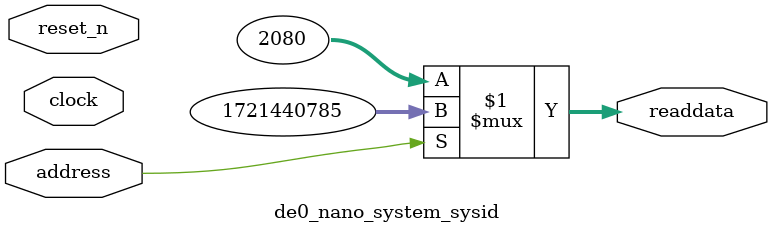
<source format=v>



// synthesis translate_off
`timescale 1ns / 1ps
// synthesis translate_on

// turn off superfluous verilog processor warnings 
// altera message_level Level1 
// altera message_off 10034 10035 10036 10037 10230 10240 10030 

module de0_nano_system_sysid (
               // inputs:
                address,
                clock,
                reset_n,

               // outputs:
                readdata
             )
;

  output  [ 31: 0] readdata;
  input            address;
  input            clock;
  input            reset_n;

  wire    [ 31: 0] readdata;
  //control_slave, which is an e_avalon_slave
  assign readdata = address ? 1721440785 : 2080;

endmodule



</source>
